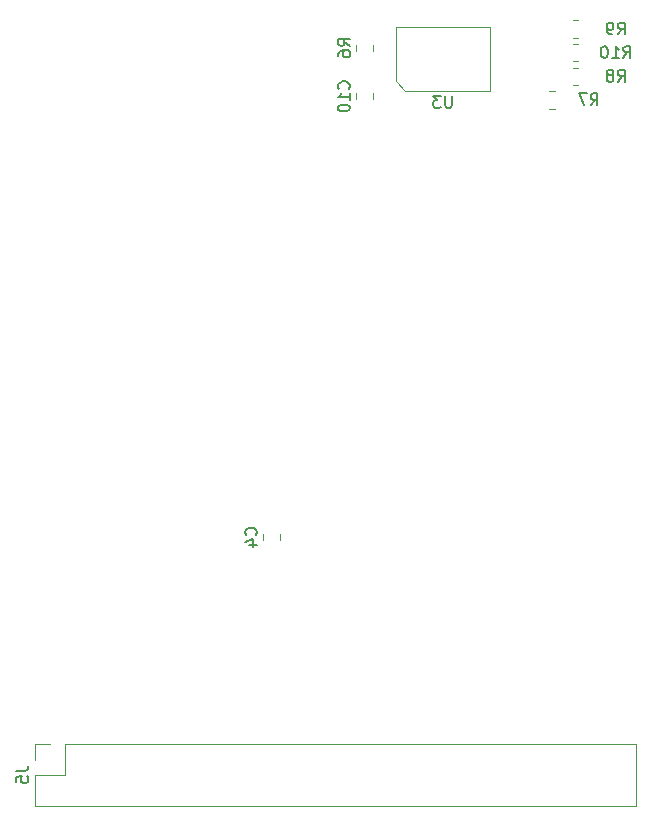
<source format=gbo>
%TF.GenerationSoftware,KiCad,Pcbnew,(5.1.7)-1*%
%TF.CreationDate,2020-10-18T12:33:11-05:00*%
%TF.ProjectId,Programmer Board,50726f67-7261-46d6-9d65-7220426f6172,A*%
%TF.SameCoordinates,Original*%
%TF.FileFunction,Legend,Bot*%
%TF.FilePolarity,Positive*%
%FSLAX46Y46*%
G04 Gerber Fmt 4.6, Leading zero omitted, Abs format (unit mm)*
G04 Created by KiCad (PCBNEW (5.1.7)-1) date 2020-10-18 12:33:11*
%MOMM*%
%LPD*%
G01*
G04 APERTURE LIST*
%ADD10C,0.120000*%
%ADD11C,0.150000*%
G04 APERTURE END LIST*
D10*
%TO.C,J5*%
X111700000Y-149800000D02*
X111700000Y-151130000D01*
X113030000Y-149800000D02*
X111700000Y-149800000D01*
X111700000Y-152400000D02*
X111700000Y-155000000D01*
X114300000Y-152400000D02*
X111700000Y-152400000D01*
X114300000Y-149800000D02*
X114300000Y-152400000D01*
X111700000Y-155000000D02*
X162620000Y-155000000D01*
X114300000Y-149800000D02*
X162620000Y-149800000D01*
X162620000Y-149800000D02*
X162620000Y-155000000D01*
%TO.C,U3*%
X142275000Y-89045000D02*
X142275000Y-93655000D01*
X150225000Y-89045000D02*
X142275000Y-89045000D01*
X150225000Y-94455000D02*
X150225000Y-89045000D01*
X143075000Y-94455000D02*
X150225000Y-94455000D01*
X142275000Y-93655000D02*
X143075000Y-94455000D01*
%TO.C,R10*%
X157272936Y-91985000D02*
X157727064Y-91985000D01*
X157272936Y-90515000D02*
X157727064Y-90515000D01*
%TO.C,R9*%
X157272936Y-89985000D02*
X157727064Y-89985000D01*
X157272936Y-88515000D02*
X157727064Y-88515000D01*
%TO.C,R8*%
X157272936Y-93995999D02*
X157727064Y-93995999D01*
X157272936Y-92525999D02*
X157727064Y-92525999D01*
%TO.C,R7*%
X155272936Y-95985000D02*
X155727064Y-95985000D01*
X155272936Y-94515000D02*
X155727064Y-94515000D01*
%TO.C,R6*%
X138865000Y-90622936D02*
X138865000Y-91077064D01*
X140335000Y-90622936D02*
X140335000Y-91077064D01*
%TO.C,C10*%
X138865000Y-94688748D02*
X138865000Y-95211252D01*
X140335000Y-94688748D02*
X140335000Y-95211252D01*
%TO.C,C4*%
X131015000Y-131988748D02*
X131015000Y-132511252D01*
X132485000Y-131988748D02*
X132485000Y-132511252D01*
%TO.C,J5*%
D11*
X110152380Y-152066666D02*
X110866666Y-152066666D01*
X111009523Y-152019047D01*
X111104761Y-151923809D01*
X111152380Y-151780952D01*
X111152380Y-151685714D01*
X110152380Y-153019047D02*
X110152380Y-152542857D01*
X110628571Y-152495238D01*
X110580952Y-152542857D01*
X110533333Y-152638095D01*
X110533333Y-152876190D01*
X110580952Y-152971428D01*
X110628571Y-153019047D01*
X110723809Y-153066666D01*
X110961904Y-153066666D01*
X111057142Y-153019047D01*
X111104761Y-152971428D01*
X111152380Y-152876190D01*
X111152380Y-152638095D01*
X111104761Y-152542857D01*
X111057142Y-152495238D01*
%TO.C,U3*%
X147011904Y-94907380D02*
X147011904Y-95716904D01*
X146964285Y-95812142D01*
X146916666Y-95859761D01*
X146821428Y-95907380D01*
X146630952Y-95907380D01*
X146535714Y-95859761D01*
X146488095Y-95812142D01*
X146440476Y-95716904D01*
X146440476Y-94907380D01*
X146059523Y-94907380D02*
X145440476Y-94907380D01*
X145773809Y-95288333D01*
X145630952Y-95288333D01*
X145535714Y-95335952D01*
X145488095Y-95383571D01*
X145440476Y-95478809D01*
X145440476Y-95716904D01*
X145488095Y-95812142D01*
X145535714Y-95859761D01*
X145630952Y-95907380D01*
X145916666Y-95907380D01*
X146011904Y-95859761D01*
X146059523Y-95812142D01*
%TO.C,R10*%
X161542857Y-91702380D02*
X161876190Y-91226190D01*
X162114285Y-91702380D02*
X162114285Y-90702380D01*
X161733333Y-90702380D01*
X161638095Y-90750000D01*
X161590476Y-90797619D01*
X161542857Y-90892857D01*
X161542857Y-91035714D01*
X161590476Y-91130952D01*
X161638095Y-91178571D01*
X161733333Y-91226190D01*
X162114285Y-91226190D01*
X160590476Y-91702380D02*
X161161904Y-91702380D01*
X160876190Y-91702380D02*
X160876190Y-90702380D01*
X160971428Y-90845238D01*
X161066666Y-90940476D01*
X161161904Y-90988095D01*
X159971428Y-90702380D02*
X159876190Y-90702380D01*
X159780952Y-90750000D01*
X159733333Y-90797619D01*
X159685714Y-90892857D01*
X159638095Y-91083333D01*
X159638095Y-91321428D01*
X159685714Y-91511904D01*
X159733333Y-91607142D01*
X159780952Y-91654761D01*
X159876190Y-91702380D01*
X159971428Y-91702380D01*
X160066666Y-91654761D01*
X160114285Y-91607142D01*
X160161904Y-91511904D01*
X160209523Y-91321428D01*
X160209523Y-91083333D01*
X160161904Y-90892857D01*
X160114285Y-90797619D01*
X160066666Y-90750000D01*
X159971428Y-90702380D01*
%TO.C,R9*%
X161066666Y-89702380D02*
X161400000Y-89226190D01*
X161638095Y-89702380D02*
X161638095Y-88702380D01*
X161257142Y-88702380D01*
X161161904Y-88750000D01*
X161114285Y-88797619D01*
X161066666Y-88892857D01*
X161066666Y-89035714D01*
X161114285Y-89130952D01*
X161161904Y-89178571D01*
X161257142Y-89226190D01*
X161638095Y-89226190D01*
X160590476Y-89702380D02*
X160400000Y-89702380D01*
X160304761Y-89654761D01*
X160257142Y-89607142D01*
X160161904Y-89464285D01*
X160114285Y-89273809D01*
X160114285Y-88892857D01*
X160161904Y-88797619D01*
X160209523Y-88750000D01*
X160304761Y-88702380D01*
X160495238Y-88702380D01*
X160590476Y-88750000D01*
X160638095Y-88797619D01*
X160685714Y-88892857D01*
X160685714Y-89130952D01*
X160638095Y-89226190D01*
X160590476Y-89273809D01*
X160495238Y-89321428D01*
X160304761Y-89321428D01*
X160209523Y-89273809D01*
X160161904Y-89226190D01*
X160114285Y-89130952D01*
%TO.C,R8*%
X161066666Y-93702380D02*
X161400000Y-93226190D01*
X161638095Y-93702380D02*
X161638095Y-92702380D01*
X161257142Y-92702380D01*
X161161904Y-92750000D01*
X161114285Y-92797619D01*
X161066666Y-92892857D01*
X161066666Y-93035714D01*
X161114285Y-93130952D01*
X161161904Y-93178571D01*
X161257142Y-93226190D01*
X161638095Y-93226190D01*
X160495238Y-93130952D02*
X160590476Y-93083333D01*
X160638095Y-93035714D01*
X160685714Y-92940476D01*
X160685714Y-92892857D01*
X160638095Y-92797619D01*
X160590476Y-92750000D01*
X160495238Y-92702380D01*
X160304761Y-92702380D01*
X160209523Y-92750000D01*
X160161904Y-92797619D01*
X160114285Y-92892857D01*
X160114285Y-92940476D01*
X160161904Y-93035714D01*
X160209523Y-93083333D01*
X160304761Y-93130952D01*
X160495238Y-93130952D01*
X160590476Y-93178571D01*
X160638095Y-93226190D01*
X160685714Y-93321428D01*
X160685714Y-93511904D01*
X160638095Y-93607142D01*
X160590476Y-93654761D01*
X160495238Y-93702380D01*
X160304761Y-93702380D01*
X160209523Y-93654761D01*
X160161904Y-93607142D01*
X160114285Y-93511904D01*
X160114285Y-93321428D01*
X160161904Y-93226190D01*
X160209523Y-93178571D01*
X160304761Y-93130952D01*
%TO.C,R7*%
X158766666Y-95702380D02*
X159100000Y-95226190D01*
X159338095Y-95702380D02*
X159338095Y-94702380D01*
X158957142Y-94702380D01*
X158861904Y-94750000D01*
X158814285Y-94797619D01*
X158766666Y-94892857D01*
X158766666Y-95035714D01*
X158814285Y-95130952D01*
X158861904Y-95178571D01*
X158957142Y-95226190D01*
X159338095Y-95226190D01*
X158433333Y-94702380D02*
X157766666Y-94702380D01*
X158195238Y-95702380D01*
%TO.C,R6*%
X138402380Y-90683333D02*
X137926190Y-90350000D01*
X138402380Y-90111904D02*
X137402380Y-90111904D01*
X137402380Y-90492857D01*
X137450000Y-90588095D01*
X137497619Y-90635714D01*
X137592857Y-90683333D01*
X137735714Y-90683333D01*
X137830952Y-90635714D01*
X137878571Y-90588095D01*
X137926190Y-90492857D01*
X137926190Y-90111904D01*
X137402380Y-91540476D02*
X137402380Y-91350000D01*
X137450000Y-91254761D01*
X137497619Y-91207142D01*
X137640476Y-91111904D01*
X137830952Y-91064285D01*
X138211904Y-91064285D01*
X138307142Y-91111904D01*
X138354761Y-91159523D01*
X138402380Y-91254761D01*
X138402380Y-91445238D01*
X138354761Y-91540476D01*
X138307142Y-91588095D01*
X138211904Y-91635714D01*
X137973809Y-91635714D01*
X137878571Y-91588095D01*
X137830952Y-91540476D01*
X137783333Y-91445238D01*
X137783333Y-91254761D01*
X137830952Y-91159523D01*
X137878571Y-91111904D01*
X137973809Y-91064285D01*
%TO.C,C10*%
X138277142Y-94307142D02*
X138324761Y-94259523D01*
X138372380Y-94116666D01*
X138372380Y-94021428D01*
X138324761Y-93878571D01*
X138229523Y-93783333D01*
X138134285Y-93735714D01*
X137943809Y-93688095D01*
X137800952Y-93688095D01*
X137610476Y-93735714D01*
X137515238Y-93783333D01*
X137420000Y-93878571D01*
X137372380Y-94021428D01*
X137372380Y-94116666D01*
X137420000Y-94259523D01*
X137467619Y-94307142D01*
X138372380Y-95259523D02*
X138372380Y-94688095D01*
X138372380Y-94973809D02*
X137372380Y-94973809D01*
X137515238Y-94878571D01*
X137610476Y-94783333D01*
X137658095Y-94688095D01*
X137372380Y-95878571D02*
X137372380Y-95973809D01*
X137420000Y-96069047D01*
X137467619Y-96116666D01*
X137562857Y-96164285D01*
X137753333Y-96211904D01*
X137991428Y-96211904D01*
X138181904Y-96164285D01*
X138277142Y-96116666D01*
X138324761Y-96069047D01*
X138372380Y-95973809D01*
X138372380Y-95878571D01*
X138324761Y-95783333D01*
X138277142Y-95735714D01*
X138181904Y-95688095D01*
X137991428Y-95640476D01*
X137753333Y-95640476D01*
X137562857Y-95688095D01*
X137467619Y-95735714D01*
X137420000Y-95783333D01*
X137372380Y-95878571D01*
%TO.C,C4*%
X130427142Y-132083333D02*
X130474761Y-132035714D01*
X130522380Y-131892857D01*
X130522380Y-131797619D01*
X130474761Y-131654761D01*
X130379523Y-131559523D01*
X130284285Y-131511904D01*
X130093809Y-131464285D01*
X129950952Y-131464285D01*
X129760476Y-131511904D01*
X129665238Y-131559523D01*
X129570000Y-131654761D01*
X129522380Y-131797619D01*
X129522380Y-131892857D01*
X129570000Y-132035714D01*
X129617619Y-132083333D01*
X129855714Y-132940476D02*
X130522380Y-132940476D01*
X129474761Y-132702380D02*
X130189047Y-132464285D01*
X130189047Y-133083333D01*
%TD*%
M02*

</source>
